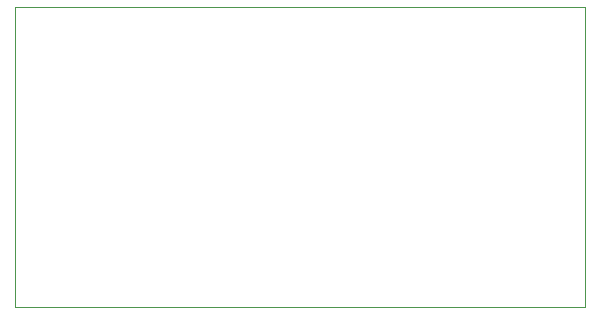
<source format=gbr>
G04 #@! TF.GenerationSoftware,KiCad,Pcbnew,5.1.5*
G04 #@! TF.CreationDate,2019-12-31T20:12:46-05:00*
G04 #@! TF.ProjectId,cm300-board,636d3330-302d-4626-9f61-72642e6b6963,rev?*
G04 #@! TF.SameCoordinates,Original*
G04 #@! TF.FileFunction,Profile,NP*
%FSLAX46Y46*%
G04 Gerber Fmt 4.6, Leading zero omitted, Abs format (unit mm)*
G04 Created by KiCad (PCBNEW 5.1.5) date 2019-12-31 20:12:46*
%MOMM*%
%LPD*%
G04 APERTURE LIST*
%ADD10C,0.050000*%
G04 APERTURE END LIST*
D10*
X-1010158000Y1033780000D02*
X-1010158000Y1059180000D01*
X-961898000Y1033780000D02*
X-1010158000Y1033780000D01*
X-961898000Y1059180000D02*
X-961898000Y1033780000D01*
X-1010158000Y1059180000D02*
X-961898000Y1059180000D01*
M02*

</source>
